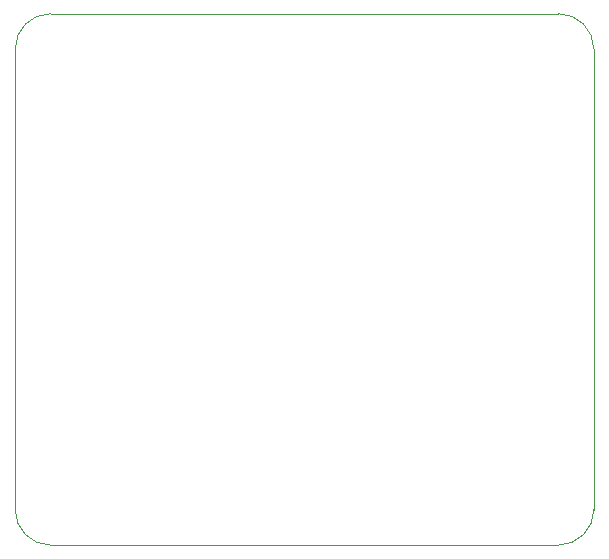
<source format=gm1>
G04 #@! TF.GenerationSoftware,KiCad,Pcbnew,7.0.8*
G04 #@! TF.CreationDate,2023-12-02T17:36:26-07:00*
G04 #@! TF.ProjectId,sdm24wheel,73646d32-3477-4686-9565-6c2e6b696361,v1*
G04 #@! TF.SameCoordinates,Original*
G04 #@! TF.FileFunction,Profile,NP*
%FSLAX46Y46*%
G04 Gerber Fmt 4.6, Leading zero omitted, Abs format (unit mm)*
G04 Created by KiCad (PCBNEW 7.0.8) date 2023-12-02 17:36:26*
%MOMM*%
%LPD*%
G01*
G04 APERTURE LIST*
G04 #@! TA.AperFunction,Profile*
%ADD10C,0.100000*%
G04 #@! TD*
G04 APERTURE END LIST*
D10*
X154000000Y-71000000D02*
X197000000Y-71000000D01*
X197000000Y-116000000D02*
G75*
G03*
X200000000Y-113000000I0J3000000D01*
G01*
X154000000Y-71000000D02*
G75*
G03*
X151000000Y-74000000I0J-3000000D01*
G01*
X151000000Y-74000000D02*
X151000000Y-113000000D01*
X200000000Y-74000000D02*
G75*
G03*
X197000000Y-71000000I-3000000J0D01*
G01*
X154000000Y-116000000D02*
X197000000Y-116000000D01*
X151000000Y-113000000D02*
G75*
G03*
X154000000Y-116000000I3000000J0D01*
G01*
X200000000Y-113000000D02*
X200000000Y-74000000D01*
M02*

</source>
